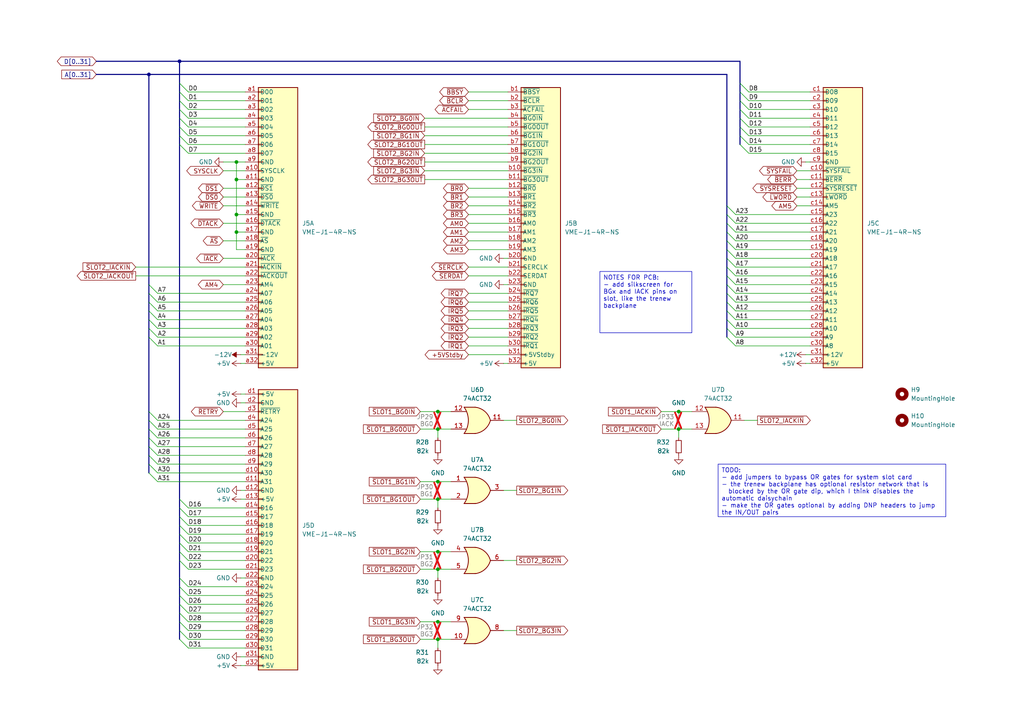
<source format=kicad_sch>
(kicad_sch (version 20231120) (generator "eeschema") (generator_version "8.0")
  (paper "A4")
  (title_block (title "6-Slot Backplane") (rev "1"))
  (lib_symbols
    (symbol "74xx:74LS32" (pin_names (offset 1.016))
      (property "Reference" "U" (at 0 1.27 0))
      (property "Value" "74LS32" (at 0 -1.27 0))
      (symbol "74LS32_1_1"
        (pin input line (at -7.62 2.54 0) (length 4.318) (name "~") (number "1"))
        (pin input line (at -7.62 -2.54 0) (length 4.318) (name "~") (number "2"))
        (pin output line (at 7.62 0 180) (length 3.81) (name "~") (number "3"))
      )
      (symbol "74LS32_1_2"
        (pin input inverted (at -7.62 2.54 0) (length 3.81) (name "~") (number "1"))
        (pin input inverted (at -7.62 -2.54 0) (length 3.81) (name "~") (number "2"))
        (pin output inverted (at 7.62 0 180) (length 3.81) (name "~") (number "3"))
      )
      (symbol "74LS32_2_1"
        (pin input line (at -7.62 2.54 0) (length 4.318) (name "~") (number "4"))
        (pin input line (at -7.62 -2.54 0) (length 4.318) (name "~") (number "5"))
        (pin output line (at 7.62 0 180) (length 3.81) (name "~") (number "6"))
      )
      (symbol "74LS32_2_2"
        (pin input inverted (at -7.62 2.54 0) (length 3.81) (name "~") (number "4"))
        (pin input inverted (at -7.62 -2.54 0) (length 3.81) (name "~") (number "5"))
        (pin output inverted (at 7.62 0 180) (length 3.81) (name "~") (number "6"))
      )
      (symbol "74LS32_3_1"
        (pin input line (at -7.62 -2.54 0) (length 4.318) (name "~") (number "10"))
        (pin output line (at 7.62 0 180) (length 3.81) (name "~") (number "8"))
        (pin input line (at -7.62 2.54 0) (length 4.318) (name "~") (number "9"))
      )
      (symbol "74LS32_3_2"
        (pin input inverted (at -7.62 -2.54 0) (length 3.81) (name "~") (number "10"))
        (pin output inverted (at 7.62 0 180) (length 3.81) (name "~") (number "8"))
        (pin input inverted (at -7.62 2.54 0) (length 3.81) (name "~") (number "9"))
      )
      (symbol "74LS32_4_1"
        (pin output line (at 7.62 0 180) (length 3.81) (name "~") (number "11"))
        (pin input line (at -7.62 2.54 0) (length 4.318) (name "~") (number "12"))
        (pin input line (at -7.62 -2.54 0) (length 4.318) (name "~") (number "13"))
      )
      (symbol "74LS32_4_2"
        (pin output inverted (at 7.62 0 180) (length 3.81) (name "~") (number "11"))
        (pin input inverted (at -7.62 2.54 0) (length 3.81) (name "~") (number "12"))
        (pin input inverted (at -7.62 -2.54 0) (length 3.81) (name "~") (number "13"))
      )
      (symbol "74LS32_5_0"
        (pin power_in line (at 0 12.7 270) (length 5.08) (name "VCC") (number "14"))
        (pin power_in line (at 0 -12.7 90) (length 5.08) (name "GND") (number "7"))
      )
    )
    (symbol "Computie_Connectors:VME64-J1-4R-NS"
      (property "Reference" "U" (at 0 40.64 0))
      (property "Value" "VME-J1-4R-NS" (at 0 40.64 0))
      (symbol "VME64-J1-4R-NS_1_1"
        (pin bidirectional line (at -5.08 38.1 0) (length 3.81) (name "D00") (number "a1"))
        (pin input line (at -5.08 15.24 0) (length 3.81) (name "SYSCLK") (number "a10"))
        (pin power_in line (at -5.08 12.7 0) (length 3.81) (name "GND") (number "a11"))
        (pin bidirectional line (at -5.08 10.16 0) (length 3.81) (name "~{DS1}") (number "a12"))
        (pin bidirectional line (at -5.08 7.62 0) (length 3.81) (name "~{DS0}") (number "a13"))
        (pin bidirectional line (at -5.08 5.08 0) (length 3.81) (name "~{WRITE}") (number "a14"))
        (pin power_in line (at -5.08 2.54 0) (length 3.81) (name "GND") (number "a15"))
        (pin bidirectional line (at -5.08 0 0) (length 3.81) (name "~{DTACK}") (number "a16"))
        (pin power_in line (at -5.08 -2.54 0) (length 3.81) (name "GND") (number "a17"))
        (pin bidirectional line (at -5.08 -5.08 0) (length 3.81) (name "~{AS}") (number "a18"))
        (pin power_in line (at -5.08 -7.62 0) (length 3.81) (name "GND") (number "a19"))
        (pin bidirectional line (at -5.08 35.56 0) (length 3.81) (name "D01") (number "a2"))
        (pin bidirectional line (at -5.08 -10.16 0) (length 3.81) (name "~{IACK}") (number "a20"))
        (pin output line (at -5.08 -12.7 0) (length 3.81) (name "~{IACKIN}") (number "a21"))
        (pin input line (at -5.08 -15.24 0) (length 3.81) (name "~{IACKOUT}") (number "a22"))
        (pin bidirectional line (at -5.08 -17.78 0) (length 3.81) (name "AM4") (number "a23"))
        (pin bidirectional line (at -5.08 -20.32 0) (length 3.81) (name "A07") (number "a24"))
        (pin bidirectional line (at -5.08 -22.86 0) (length 3.81) (name "A06") (number "a25"))
        (pin bidirectional line (at -5.08 -25.4 0) (length 3.81) (name "A05") (number "a26"))
        (pin bidirectional line (at -5.08 -27.94 0) (length 3.81) (name "A04") (number "a27"))
        (pin bidirectional line (at -5.08 -30.48 0) (length 3.81) (name "A03") (number "a28"))
        (pin bidirectional line (at -5.08 -33.02 0) (length 3.81) (name "A02") (number "a29"))
        (pin bidirectional line (at -5.08 33.02 0) (length 3.81) (name "D02") (number "a3"))
        (pin bidirectional line (at -5.08 -35.56 0) (length 3.81) (name "A01") (number "a30"))
        (pin power_in line (at -5.08 -38.1 0) (length 3.81) (name "-12V") (number "a31"))
        (pin power_in line (at -5.08 -40.64 0) (length 3.81) (name "+5V") (number "a32"))
        (pin bidirectional line (at -5.08 30.48 0) (length 3.81) (name "D03") (number "a4"))
        (pin bidirectional line (at -5.08 27.94 0) (length 3.81) (name "D04") (number "a5"))
        (pin bidirectional line (at -5.08 25.4 0) (length 3.81) (name "D05") (number "a6"))
        (pin bidirectional line (at -5.08 22.86 0) (length 3.81) (name "D06") (number "a7"))
        (pin bidirectional line (at -5.08 20.32 0) (length 3.81) (name "D07") (number "a8"))
        (pin power_in line (at -5.08 17.78 0) (length 3.81) (name "GND") (number "a9"))
      )
      (symbol "VME64-J1-4R-NS_2_1"
        (pin bidirectional line (at -5.08 38.1 0) (length 3.81) (name "~{BBSY}") (number "b1"))
        (pin output line (at -5.08 15.24 0) (length 3.81) (name "~{BG3IN}") (number "b10"))
        (pin input line (at -5.08 12.7 0) (length 3.81) (name "~{BG3OUT}") (number "b11"))
        (pin bidirectional line (at -5.08 10.16 0) (length 3.81) (name "~{BR0}") (number "b12"))
        (pin bidirectional line (at -5.08 7.62 0) (length 3.81) (name "~{BR1}") (number "b13"))
        (pin bidirectional line (at -5.08 5.08 0) (length 3.81) (name "~{BR2}") (number "b14"))
        (pin bidirectional line (at -5.08 2.54 0) (length 3.81) (name "~{BR3}") (number "b15"))
        (pin bidirectional line (at -5.08 0 0) (length 3.81) (name "AM0") (number "b16"))
        (pin bidirectional line (at -5.08 -2.54 0) (length 3.81) (name "AM1") (number "b17"))
        (pin bidirectional line (at -5.08 -5.08 0) (length 3.81) (name "AM2") (number "b18"))
        (pin bidirectional line (at -5.08 -7.62 0) (length 3.81) (name "AM3") (number "b19"))
        (pin bidirectional line (at -5.08 35.56 0) (length 3.81) (name "~{BCLR}") (number "b2"))
        (pin power_in line (at -5.08 -10.16 0) (length 3.81) (name "GND") (number "b20"))
        (pin bidirectional line (at -5.08 -12.7 0) (length 3.81) (name "SERCLK") (number "b21"))
        (pin bidirectional line (at -5.08 -15.24 0) (length 3.81) (name "SERDAT") (number "b22"))
        (pin power_in line (at -5.08 -17.78 0) (length 3.81) (name "GND") (number "b23"))
        (pin bidirectional line (at -5.08 -20.32 0) (length 3.81) (name "~{IRQ7}") (number "b24"))
        (pin bidirectional line (at -5.08 -22.86 0) (length 3.81) (name "~{IRQ6}") (number "b25"))
        (pin bidirectional line (at -5.08 -25.4 0) (length 3.81) (name "~{IRQ5}") (number "b26"))
        (pin bidirectional line (at -5.08 -27.94 0) (length 3.81) (name "~{IRQ4}") (number "b27"))
        (pin bidirectional line (at -5.08 -30.48 0) (length 3.81) (name "~{IRQ3}") (number "b28"))
        (pin bidirectional line (at -5.08 -33.02 0) (length 3.81) (name "~{IRQ2}") (number "b29"))
        (pin input line (at -5.08 33.02 0) (length 3.81) (name "~{ACFAIL}") (number "b3"))
        (pin bidirectional line (at -5.08 -35.56 0) (length 3.81) (name "~{IRQ1}") (number "b30"))
        (pin power_in line (at -5.08 -38.1 0) (length 3.81) (name "+5VStdby") (number "b31"))
        (pin power_in line (at -5.08 -40.64 0) (length 3.81) (name "+5V") (number "b32"))
        (pin output line (at -5.08 30.48 0) (length 3.81) (name "~{BG0IN}") (number "b4"))
        (pin input line (at -5.08 27.94 0) (length 3.81) (name "~{BG0OUT}") (number "b5"))
        (pin output line (at -5.08 25.4 0) (length 3.81) (name "~{BG1IN}") (number "b6"))
        (pin input line (at -5.08 22.86 0) (length 3.81) (name "~{BG1OUT}") (number "b7"))
        (pin output line (at -5.08 20.32 0) (length 3.81) (name "~{BG2IN}") (number "b8"))
        (pin input line (at -5.08 17.78 0) (length 3.81) (name "~{BG2OUT}") (number "b9"))
      )
      (symbol "VME64-J1-4R-NS_3_1"
        (pin bidirectional line (at -5.08 38.1 0) (length 3.81) (name "D08") (number "c1"))
        (pin bidirectional line (at -5.08 15.24 0) (length 3.81) (name "~{SYSFAIL}") (number "c10"))
        (pin bidirectional line (at -5.08 12.7 0) (length 3.81) (name "~{BERR}") (number "c11"))
        (pin bidirectional line (at -5.08 10.16 0) (length 3.81) (name "~{SYSRESET}") (number "c12"))
        (pin bidirectional line (at -5.08 7.62 0) (length 3.81) (name "~{LWORD}") (number "c13"))
        (pin bidirectional line (at -5.08 5.08 0) (length 3.81) (name "AM5") (number "c14"))
        (pin bidirectional line (at -5.08 2.54 0) (length 3.81) (name "A23") (number "c15"))
        (pin bidirectional line (at -5.08 0 0) (length 3.81) (name "A22") (number "c16"))
        (pin bidirectional line (at -5.08 -2.54 0) (length 3.81) (name "A21") (number "c17"))
        (pin bidirectional line (at -5.08 -5.08 0) (length 3.81) (name "A20") (number "c18"))
        (pin bidirectional line (at -5.08 -7.62 0) (length 3.81) (name "A19") (number "c19"))
        (pin bidirectional line (at -5.08 35.56 0) (length 3.81) (name "D09") (number "c2"))
        (pin bidirectional line (at -5.08 -10.16 0) (length 3.81) (name "A18") (number "c20"))
        (pin bidirectional line (at -5.08 -12.7 0) (length 3.81) (name "A17") (number "c21"))
        (pin bidirectional line (at -5.08 -15.24 0) (length 3.81) (name "A16") (number "c22"))
        (pin bidirectional line (at -5.08 -17.78 0) (length 3.81) (name "A15") (number "c23"))
        (pin bidirectional line (at -5.08 -20.32 0) (length 3.81) (name "A14") (number "c24"))
        (pin bidirectional line (at -5.08 -22.86 0) (length 3.81) (name "A13") (number "c25"))
        (pin bidirectional line (at -5.08 -25.4 0) (length 3.81) (name "A12") (number "c26"))
        (pin bidirectional line (at -5.08 -27.94 0) (length 3.81) (name "A11") (number "c27"))
        (pin bidirectional line (at -5.08 -30.48 0) (length 3.81) (name "A10") (number "c28"))
        (pin bidirectional line (at -5.08 -33.02 0) (length 3.81) (name "A9") (number "c29"))
        (pin bidirectional line (at -5.08 33.02 0) (length 3.81) (name "D10") (number "c3"))
        (pin bidirectional line (at -5.08 -35.56 0) (length 3.81) (name "A8") (number "c30"))
        (pin power_in line (at -5.08 -38.1 0) (length 3.81) (name "+12V") (number "c31"))
        (pin power_in line (at -5.08 -40.64 0) (length 3.81) (name "+5V") (number "c32"))
        (pin bidirectional line (at -5.08 30.48 0) (length 3.81) (name "D11") (number "c4"))
        (pin bidirectional line (at -5.08 27.94 0) (length 3.81) (name "D12") (number "c5"))
        (pin bidirectional line (at -5.08 25.4 0) (length 3.81) (name "D13") (number "c6"))
        (pin bidirectional line (at -5.08 22.86 0) (length 3.81) (name "D14") (number "c7"))
        (pin bidirectional line (at -5.08 20.32 0) (length 3.81) (name "D15") (number "c8"))
        (pin power_in line (at -5.08 17.78 0) (length 3.81) (name "GND") (number "c9"))
      )
      (symbol "VME64-J1-4R-NS_4_1"
        (pin power_in line (at -5.08 38.1 0) (length 3.81) (name "+5V") (number "d1"))
        (pin bidirectional line (at -5.08 15.24 0) (length 3.81) (name "A30") (number "d10"))
        (pin bidirectional line (at -5.08 12.7 0) (length 3.81) (name "A31") (number "d11"))
        (pin power_in line (at -5.08 10.16 0) (length 3.81) (name "GND") (number "d12"))
        (pin power_in line (at -5.08 7.62 0) (length 3.81) (name "+5V") (number "d13"))
        (pin bidirectional line (at -5.08 5.08 0) (length 3.81) (name "D16") (number "d14"))
        (pin bidirectional line (at -5.08 2.54 0) (length 3.81) (name "D17") (number "d15"))
        (pin bidirectional line (at -5.08 0 0) (length 3.81) (name "D18") (number "d16"))
        (pin bidirectional line (at -5.08 -2.54 0) (length 3.81) (name "D19") (number "d17"))
        (pin bidirectional line (at -5.08 -5.08 0) (length 3.81) (name "D20") (number "d18"))
        (pin bidirectional line (at -5.08 -7.62 0) (length 3.81) (name "D21") (number "d19"))
        (pin power_in line (at -5.08 35.56 0) (length 3.81) (name "GND") (number "d2"))
        (pin bidirectional line (at -5.08 -10.16 0) (length 3.81) (name "D22") (number "d20"))
        (pin bidirectional line (at -5.08 -12.7 0) (length 3.81) (name "D23") (number "d21"))
        (pin power_in line (at -5.08 -15.24 0) (length 3.81) (name "GND") (number "d22"))
        (pin bidirectional line (at -5.08 -17.78 0) (length 3.81) (name "D24") (number "d23"))
        (pin bidirectional line (at -5.08 -20.32 0) (length 3.81) (name "D25") (number "d24"))
        (pin bidirectional line (at -5.08 -22.86 0) (length 3.81) (name "D26") (number "d25"))
        (pin bidirectional line (at -5.08 -25.4 0) (length 3.81) (name "D27") (number "d26"))
        (pin bidirectional line (at -5.08 -27.94 0) (length 3.81) (name "D28") (number "d27"))
        (pin bidirectional line (at -5.08 -30.48 0) (length 3.81) (name "D29") (number "d28"))
        (pin bidirectional line (at -5.08 -33.02 0) (length 3.81) (name "D30") (number "d29"))
        (pin bidirectional line (at -5.08 33.02 0) (length 3.81) (name "~{RETRY}") (number "d3"))
        (pin bidirectional line (at -5.08 -35.56 0) (length 3.81) (name "D31") (number "d30"))
        (pin power_in line (at -5.08 -38.1 0) (length 3.81) (name "GND") (number "d31"))
        (pin power_in line (at -5.08 -40.64 0) (length 3.81) (name "+5V") (number "d32"))
        (pin bidirectional line (at -5.08 30.48 0) (length 3.81) (name "A24") (number "d4"))
        (pin bidirectional line (at -5.08 27.94 0) (length 3.81) (name "A25") (number "d5"))
        (pin bidirectional line (at -5.08 25.4 0) (length 3.81) (name "A26") (number "d6"))
        (pin bidirectional line (at -5.08 22.86 0) (length 3.81) (name "A27") (number "d7"))
        (pin bidirectional line (at -5.08 20.32 0) (length 3.81) (name "A28") (number "d8"))
        (pin bidirectional line (at -5.08 17.78 0) (length 3.81) (name "A29") (number "d9"))
      )
    )
    (symbol "Device:R_Small" (pin_numbers hide) (pin_names (offset 0.254) hide)
      (property "Reference" "R" (at 0.762 0.508 0))
      (property "Value" "R_Small" (at 0.762 -1.016 0))
      (symbol "R_Small_1_1"
        (pin passive line (at 0 2.54 270) (length 0.762) (name "~") (number "1"))
        (pin passive line (at 0 -2.54 90) (length 0.762) (name "~") (number "2"))
      )
    )
    (symbol "Jumper:Jumper_2_Small_Bridged" (pin_numbers hide) (pin_names (offset 0) hide) (exclude_from_sim yes)
      (property "Reference" "JP" (at 0 2.032 0))
      (property "Value" "Jumper_2_Small_Bridged" (at 0 -2.286 0))
      (symbol "Jumper_2_Small_Bridged_1_1"
        (pin passive line (at -2.54 0 0) (length 1.27) (name "A") (number "1"))
        (pin passive line (at 2.54 0 180) (length 1.27) (name "B") (number "2"))
      )
    )
    (symbol "Mechanical:MountingHole" (pin_names (offset 1.016))
      (property "Reference" "H" (at 0 5.08 0))
      (property "Value" "MountingHole" (at 0 3.175 0))
    )
    (symbol "power:+12V" (power) (pin_numbers hide) (pin_names (offset 0) hide)
      (property "Value" "+12V" (at 0 3.556 0))
      (symbol "+12V_1_1"
        (pin power_in line (at 0 0 90) (length 0) (name "~") (number "1"))
      )
    )
    (symbol "power:+5V" (power) (pin_numbers hide) (pin_names (offset 0) hide)
      (property "Value" "+5V" (at 0 3.556 0))
      (symbol "+5V_1_1"
        (pin power_in line (at 0 0 90) (length 0) (name "~") (number "1"))
      )
    )
    (symbol "power:-12V" (power) (pin_numbers hide) (pin_names (offset 0) hide)
      (property "Value" "-12V" (at 0 3.556 0))
      (symbol "-12V_0_0"
        (pin power_in line (at 0 0 90) (length 0) (name "~") (number "1"))
      )
    )
    (symbol "power:GND" (power) (pin_names (offset 0))
      (property "Value" "GND" (at 0 -3.81 0))
      (symbol "GND_1_1"
        (pin power_in line (at 0 0 270) (length 0) hide (name "GND") (number "1"))
      )
    )
  )
  (junction (at 127 124.46))
  (junction (at 68.58 62.23))
  (junction (at 196.85 119.38))
  (junction (at 127 139.7))
  (junction (at 127 119.38))
  (junction (at 43.18 21.59))
  (junction (at 68.58 46.99))
  (junction (at 127 180.34))
  (junction (at 127 144.78))
  (junction (at 68.58 52.07))
  (junction (at 127 185.42))
  (junction (at 68.58 67.31))
  (junction (at 196.85 124.46))
  (junction (at 127 165.1))
  (junction (at 127 160.02))
  (junction (at 52.07 17.78))
  (bus_entry (at 54.61 185.42) (size -2.54 -2.54))
  (bus_entry (at 54.61 36.83) (size -2.54 -2.54))
  (bus_entry (at 54.61 187.96) (size -2.54 -2.54))
  (bus_entry (at 213.36 95.25) (size -2.54 -2.54))
  (bus_entry (at 54.61 157.48) (size -2.54 -2.54))
  (bus_entry (at 54.61 149.86) (size -2.54 -2.54))
  (bus_entry (at 45.72 139.7) (size -2.54 -2.54))
  (bus_entry (at 45.72 132.08) (size -2.54 -2.54))
  (bus_entry (at 213.36 90.17) (size -2.54 -2.54))
  (bus_entry (at 213.36 72.39) (size -2.54 -2.54))
  (bus_entry (at 213.36 92.71) (size -2.54 -2.54))
  (bus_entry (at 45.72 137.16) (size -2.54 -2.54))
  (bus_entry (at 45.72 100.33) (size -2.54 -2.54))
  (bus_entry (at 217.17 29.21) (size -2.54 -2.54))
  (bus_entry (at 54.61 180.34) (size -2.54 -2.54))
  (bus_entry (at 54.61 147.32) (size -2.54 -2.54))
  (bus_entry (at 45.72 85.09) (size -2.54 -2.54))
  (bus_entry (at 213.36 69.85) (size -2.54 -2.54))
  (bus_entry (at 213.36 80.01) (size -2.54 -2.54))
  (bus_entry (at 213.36 74.93) (size -2.54 -2.54))
  (bus_entry (at 54.61 172.72) (size -2.54 -2.54))
  (bus_entry (at 54.61 26.67) (size -2.54 -2.54))
  (bus_entry (at 213.36 62.23) (size -2.54 -2.54))
  (bus_entry (at 54.61 41.91) (size -2.54 -2.54))
  (bus_entry (at 45.72 87.63) (size -2.54 -2.54))
  (bus_entry (at 54.61 39.37) (size -2.54 -2.54))
  (bus_entry (at 217.17 39.37) (size -2.54 -2.54))
  (bus_entry (at 45.72 97.79) (size -2.54 -2.54))
  (bus_entry (at 217.17 44.45) (size -2.54 -2.54))
  (bus_entry (at 45.72 134.62) (size -2.54 -2.54))
  (bus_entry (at 54.61 31.75) (size -2.54 -2.54))
  (bus_entry (at 213.36 82.55) (size -2.54 -2.54))
  (bus_entry (at 45.72 95.25) (size -2.54 -2.54))
  (bus_entry (at 45.72 92.71) (size -2.54 -2.54))
  (bus_entry (at 213.36 100.33) (size -2.54 -2.54))
  (bus_entry (at 217.17 31.75) (size -2.54 -2.54))
  (bus_entry (at 54.61 160.02) (size -2.54 -2.54))
  (bus_entry (at 54.61 165.1) (size -2.54 -2.54))
  (bus_entry (at 54.61 44.45) (size -2.54 -2.54))
  (bus_entry (at 54.61 154.94) (size -2.54 -2.54))
  (bus_entry (at 54.61 182.88) (size -2.54 -2.54))
  (bus_entry (at 54.61 175.26) (size -2.54 -2.54))
  (bus_entry (at 213.36 87.63) (size -2.54 -2.54))
  (bus_entry (at 217.17 36.83) (size -2.54 -2.54))
  (bus_entry (at 213.36 67.31) (size -2.54 -2.54))
  (bus_entry (at 54.61 177.8) (size -2.54 -2.54))
  (bus_entry (at 213.36 77.47) (size -2.54 -2.54))
  (bus_entry (at 54.61 34.29) (size -2.54 -2.54))
  (bus_entry (at 217.17 26.67) (size -2.54 -2.54))
  (bus_entry (at 45.72 127) (size -2.54 -2.54))
  (bus_entry (at 217.17 34.29) (size -2.54 -2.54))
  (bus_entry (at 45.72 129.54) (size -2.54 -2.54))
  (bus_entry (at 54.61 152.4) (size -2.54 -2.54))
  (bus_entry (at 217.17 41.91) (size -2.54 -2.54))
  (bus_entry (at 54.61 170.18) (size -2.54 -2.54))
  (bus_entry (at 54.61 29.21) (size -2.54 -2.54))
  (bus_entry (at 213.36 64.77) (size -2.54 -2.54))
  (bus_entry (at 213.36 85.09) (size -2.54 -2.54))
  (bus_entry (at 54.61 162.56) (size -2.54 -2.54))
  (bus_entry (at 45.72 90.17) (size -2.54 -2.54))
  (bus_entry (at 45.72 124.46) (size -2.54 -2.54))
  (bus_entry (at 213.36 97.79) (size -2.54 -2.54))
  (bus_entry (at 45.72 121.92) (size -2.54 -2.54))
  (wire (pts (xy 64.77 54.61) (xy 71.12 54.61)))
  (wire (pts (xy 123.19 34.29) (xy 147.32 34.29)))
  (bus (pts (xy 210.82 82.55) (xy 210.82 85.09)))
  (bus (pts (xy 43.18 92.71) (xy 43.18 90.17)))
  (bus (pts (xy 52.07 34.29) (xy 52.07 36.83)))
  (wire (pts (xy 127 185.42) (xy 127 187.96)))
  (wire (pts (xy 217.17 26.67) (xy 234.95 26.67)))
  (wire (pts (xy 231.14 54.61) (xy 234.95 54.61)))
  (wire (pts (xy 54.61 160.02) (xy 71.12 160.02)))
  (bus (pts (xy 210.82 59.69) (xy 210.82 62.23)))
  (wire (pts (xy 213.36 69.85) (xy 234.95 69.85)))
  (bus (pts (xy 52.07 175.26) (xy 52.07 177.8)))
  (wire (pts (xy 213.36 87.63) (xy 234.95 87.63)))
  (wire (pts (xy 135.89 69.85) (xy 147.32 69.85)))
  (bus (pts (xy 52.07 172.72) (xy 52.07 175.26)))
  (bus (pts (xy 210.82 64.77) (xy 210.82 67.31)))
  (wire (pts (xy 71.12 67.31) (xy 68.58 67.31)))
  (bus (pts (xy 214.63 34.29) (xy 214.63 36.83)))
  (wire (pts (xy 121.92 180.34) (xy 127 180.34)))
  (wire (pts (xy 45.72 139.7) (xy 71.12 139.7)))
  (bus (pts (xy 52.07 31.75) (xy 52.07 34.29)))
  (wire (pts (xy 54.61 187.96) (xy 71.12 187.96)))
  (wire (pts (xy 64.77 119.38) (xy 71.12 119.38)))
  (wire (pts (xy 213.36 77.47) (xy 234.95 77.47)))
  (bus (pts (xy 52.07 149.86) (xy 52.07 152.4)))
  (wire (pts (xy 69.85 102.87) (xy 71.12 102.87)))
  (wire (pts (xy 54.61 39.37) (xy 71.12 39.37)))
  (wire (pts (xy 123.19 46.99) (xy 147.32 46.99)))
  (wire (pts (xy 127 139.7) (xy 130.81 139.7)))
  (wire (pts (xy 64.77 69.85) (xy 71.12 69.85)))
  (wire (pts (xy 146.05 162.56) (xy 149.86 162.56)))
  (wire (pts (xy 135.89 90.17) (xy 147.32 90.17)))
  (wire (pts (xy 54.61 182.88) (xy 71.12 182.88)))
  (wire (pts (xy 64.77 57.15) (xy 71.12 57.15)))
  (wire (pts (xy 45.72 124.46) (xy 71.12 124.46)))
  (bus (pts (xy 210.82 95.25) (xy 210.82 97.79)))
  (wire (pts (xy 69.85 193.04) (xy 71.12 193.04)))
  (wire (pts (xy 45.72 137.16) (xy 71.12 137.16)))
  (wire (pts (xy 146.05 82.55) (xy 147.32 82.55)))
  (wire (pts (xy 45.72 129.54) (xy 71.12 129.54)))
  (wire (pts (xy 135.89 31.75) (xy 147.32 31.75)))
  (bus (pts (xy 214.63 39.37) (xy 214.63 41.91)))
  (wire (pts (xy 135.89 26.67) (xy 147.32 26.67)))
  (wire (pts (xy 217.17 34.29) (xy 234.95 34.29)))
  (bus (pts (xy 214.63 29.21) (xy 214.63 31.75)))
  (wire (pts (xy 213.36 100.33) (xy 234.95 100.33)))
  (wire (pts (xy 231.14 52.07) (xy 234.95 52.07)))
  (bus (pts (xy 43.18 85.09) (xy 43.18 87.63)))
  (bus (pts (xy 214.63 17.78) (xy 214.63 24.13)))
  (wire (pts (xy 45.72 97.79) (xy 71.12 97.79)))
  (bus (pts (xy 52.07 170.18) (xy 52.07 172.72)))
  (bus (pts (xy 52.07 36.83) (xy 52.07 39.37)))
  (wire (pts (xy 64.77 82.55) (xy 71.12 82.55)))
  (wire (pts (xy 127 144.78) (xy 127 147.32)))
  (wire (pts (xy 71.12 190.5) (xy 69.85 190.5)))
  (wire (pts (xy 127 180.34) (xy 130.81 180.34)))
  (bus (pts (xy 43.18 95.25) (xy 43.18 92.71)))
  (wire (pts (xy 231.14 49.53) (xy 234.95 49.53)))
  (bus (pts (xy 52.07 147.32) (xy 52.07 149.86)))
  (wire (pts (xy 39.37 77.47) (xy 71.12 77.47)))
  (bus (pts (xy 52.07 39.37) (xy 52.07 41.91)))
  (wire (pts (xy 215.9 121.92) (xy 219.71 121.92)))
  (bus (pts (xy 210.82 21.59) (xy 210.82 59.69)))
  (wire (pts (xy 45.72 95.25) (xy 71.12 95.25)))
  (wire (pts (xy 71.12 116.84) (xy 69.85 116.84)))
  (wire (pts (xy 69.85 114.3) (xy 71.12 114.3)))
  (bus (pts (xy 210.82 62.23) (xy 210.82 64.77)))
  (wire (pts (xy 217.17 39.37) (xy 234.95 39.37)))
  (bus (pts (xy 214.63 24.13) (xy 214.63 26.67)))
  (bus (pts (xy 214.63 31.75) (xy 214.63 34.29)))
  (wire (pts (xy 68.58 46.99) (xy 68.58 52.07)))
  (wire (pts (xy 69.85 142.24) (xy 71.12 142.24)))
  (bus (pts (xy 52.07 180.34) (xy 52.07 182.88)))
  (bus (pts (xy 52.07 177.8) (xy 52.07 180.34)))
  (wire (pts (xy 233.68 105.41) (xy 234.95 105.41)))
  (bus (pts (xy 52.07 182.88) (xy 52.07 185.42)))
  (wire (pts (xy 146.05 182.88) (xy 149.86 182.88)))
  (wire (pts (xy 135.89 97.79) (xy 147.32 97.79)))
  (wire (pts (xy 68.58 52.07) (xy 68.58 62.23)))
  (wire (pts (xy 135.89 57.15) (xy 147.32 57.15)))
  (wire (pts (xy 135.89 54.61) (xy 147.32 54.61)))
  (wire (pts (xy 69.85 167.64) (xy 71.12 167.64)))
  (wire (pts (xy 213.36 74.93) (xy 234.95 74.93)))
  (wire (pts (xy 54.61 147.32) (xy 71.12 147.32)))
  (wire (pts (xy 121.92 160.02) (xy 127 160.02)))
  (wire (pts (xy 54.61 31.75) (xy 71.12 31.75)))
  (bus (pts (xy 43.18 134.62) (xy 43.18 137.16)))
  (wire (pts (xy 54.61 44.45) (xy 71.12 44.45)))
  (wire (pts (xy 71.12 52.07) (xy 68.58 52.07)))
  (wire (pts (xy 54.61 172.72) (xy 71.12 172.72)))
  (wire (pts (xy 135.89 102.87) (xy 147.32 102.87)))
  (wire (pts (xy 135.89 95.25) (xy 147.32 95.25)))
  (wire (pts (xy 121.92 165.1) (xy 127 165.1)))
  (wire (pts (xy 217.17 29.21) (xy 234.95 29.21)))
  (bus (pts (xy 52.07 144.78) (xy 52.07 147.32)))
  (wire (pts (xy 217.17 31.75) (xy 234.95 31.75)))
  (bus (pts (xy 52.07 162.56) (xy 52.07 167.64)))
  (bus (pts (xy 27.94 21.59) (xy 43.18 21.59)))
  (wire (pts (xy 45.72 132.08) (xy 71.12 132.08)))
  (bus (pts (xy 210.82 67.31) (xy 210.82 69.85)))
  (wire (pts (xy 45.72 87.63) (xy 71.12 87.63)))
  (wire (pts (xy 213.36 72.39) (xy 234.95 72.39)))
  (wire (pts (xy 127 124.46) (xy 130.81 124.46)))
  (wire (pts (xy 64.77 59.69) (xy 71.12 59.69)))
  (bus (pts (xy 210.82 92.71) (xy 210.82 95.25)))
  (wire (pts (xy 123.19 39.37) (xy 147.32 39.37)))
  (wire (pts (xy 127 160.02) (xy 130.81 160.02)))
  (wire (pts (xy 123.19 41.91) (xy 147.32 41.91)))
  (wire (pts (xy 146.05 105.41) (xy 147.32 105.41)))
  (wire (pts (xy 45.72 121.92) (xy 71.12 121.92)))
  (wire (pts (xy 45.72 100.33) (xy 71.12 100.33)))
  (wire (pts (xy 213.36 85.09) (xy 234.95 85.09)))
  (bus (pts (xy 43.18 82.55) (xy 43.18 85.09)))
  (wire (pts (xy 45.72 85.09) (xy 71.12 85.09)))
  (wire (pts (xy 191.77 124.46) (xy 196.85 124.46)))
  (wire (pts (xy 213.36 62.23) (xy 234.95 62.23)))
  (bus (pts (xy 43.18 127) (xy 43.18 129.54)))
  (bus (pts (xy 214.63 36.83) (xy 214.63 39.37)))
  (wire (pts (xy 54.61 154.94) (xy 71.12 154.94)))
  (wire (pts (xy 231.14 59.69) (xy 234.95 59.69)))
  (wire (pts (xy 54.61 152.4) (xy 71.12 152.4)))
  (bus (pts (xy 43.18 97.79) (xy 43.18 119.38)))
  (wire (pts (xy 121.92 139.7) (xy 127 139.7)))
  (wire (pts (xy 135.89 72.39) (xy 147.32 72.39)))
  (bus (pts (xy 210.82 90.17) (xy 210.82 92.71)))
  (bus (pts (xy 52.07 17.78) (xy 214.63 17.78)))
  (bus (pts (xy 43.18 90.17) (xy 43.18 87.63)))
  (wire (pts (xy 196.85 124.46) (xy 200.66 124.46)))
  (bus (pts (xy 52.07 160.02) (xy 52.07 162.56)))
  (wire (pts (xy 127 165.1) (xy 127 167.64)))
  (bus (pts (xy 43.18 97.79) (xy 43.18 95.25)))
  (wire (pts (xy 54.61 34.29) (xy 71.12 34.29)))
  (bus (pts (xy 43.18 21.59) (xy 210.82 21.59)))
  (wire (pts (xy 64.77 46.99) (xy 68.58 46.99)))
  (wire (pts (xy 45.72 127) (xy 71.12 127)))
  (wire (pts (xy 64.77 49.53) (xy 71.12 49.53)))
  (wire (pts (xy 54.61 162.56) (xy 71.12 162.56)))
  (wire (pts (xy 213.36 64.77) (xy 234.95 64.77)))
  (bus (pts (xy 43.18 121.92) (xy 43.18 124.46)))
  (bus (pts (xy 52.07 29.21) (xy 52.07 31.75)))
  (wire (pts (xy 123.19 44.45) (xy 147.32 44.45)))
  (bus (pts (xy 210.82 72.39) (xy 210.82 74.93)))
  (wire (pts (xy 54.61 177.8) (xy 71.12 177.8)))
  (bus (pts (xy 27.94 17.78) (xy 52.07 17.78)))
  (wire (pts (xy 135.89 29.21) (xy 147.32 29.21)))
  (wire (pts (xy 213.36 92.71) (xy 234.95 92.71)))
  (wire (pts (xy 123.19 49.53) (xy 147.32 49.53)))
  (bus (pts (xy 210.82 69.85) (xy 210.82 72.39)))
  (wire (pts (xy 54.61 165.1) (xy 71.12 165.1)))
  (wire (pts (xy 213.36 97.79) (xy 234.95 97.79)))
  (wire (pts (xy 127 124.46) (xy 127 127)))
  (bus (pts (xy 210.82 74.93) (xy 210.82 77.47)))
  (wire (pts (xy 217.17 44.45) (xy 234.95 44.45)))
  (wire (pts (xy 54.61 175.26) (xy 71.12 175.26)))
  (wire (pts (xy 68.58 62.23) (xy 71.12 62.23)))
  (bus (pts (xy 210.82 80.01) (xy 210.82 82.55)))
  (wire (pts (xy 146.05 121.92) (xy 149.86 121.92)))
  (wire (pts (xy 213.36 67.31) (xy 234.95 67.31)))
  (wire (pts (xy 54.61 170.18) (xy 71.12 170.18)))
  (wire (pts (xy 135.89 67.31) (xy 147.32 67.31)))
  (bus (pts (xy 214.63 26.67) (xy 214.63 29.21)))
  (wire (pts (xy 54.61 180.34) (xy 71.12 180.34)))
  (wire (pts (xy 54.61 36.83) (xy 71.12 36.83)))
  (wire (pts (xy 64.77 64.77) (xy 71.12 64.77)))
  (wire (pts (xy 123.19 36.83) (xy 147.32 36.83)))
  (wire (pts (xy 123.19 52.07) (xy 147.32 52.07)))
  (wire (pts (xy 54.61 149.86) (xy 71.12 149.86)))
  (bus (pts (xy 43.18 21.59) (xy 43.18 82.55)))
  (wire (pts (xy 196.85 119.38) (xy 200.66 119.38)))
  (wire (pts (xy 135.89 100.33) (xy 147.32 100.33)))
  (wire (pts (xy 121.92 124.46) (xy 127 124.46)))
  (wire (pts (xy 121.92 144.78) (xy 127 144.78)))
  (wire (pts (xy 54.61 185.42) (xy 71.12 185.42)))
  (wire (pts (xy 217.17 36.83) (xy 234.95 36.83)))
  (wire (pts (xy 127 165.1) (xy 130.81 165.1)))
  (wire (pts (xy 135.89 87.63) (xy 147.32 87.63)))
  (bus (pts (xy 210.82 85.09) (xy 210.82 87.63)))
  (wire (pts (xy 127 185.42) (xy 130.81 185.42)))
  (bus (pts (xy 52.07 26.67) (xy 52.07 29.21)))
  (wire (pts (xy 127 144.78) (xy 130.81 144.78)))
  (wire (pts (xy 234.95 46.99) (xy 233.68 46.99)))
  (wire (pts (xy 233.68 102.87) (xy 234.95 102.87)))
  (wire (pts (xy 39.37 80.01) (xy 71.12 80.01)))
  (wire (pts (xy 54.61 41.91) (xy 71.12 41.91)))
  (wire (pts (xy 196.85 124.46) (xy 196.85 127)))
  (wire (pts (xy 54.61 29.21) (xy 71.12 29.21)))
  (wire (pts (xy 45.72 90.17) (xy 71.12 90.17)))
  (wire (pts (xy 121.92 119.38) (xy 127 119.38)))
  (bus (pts (xy 52.07 24.13) (xy 52.07 26.67)))
  (wire (pts (xy 135.89 77.47) (xy 147.32 77.47)))
  (bus (pts (xy 52.07 154.94) (xy 52.07 157.48)))
  (wire (pts (xy 121.92 185.42) (xy 127 185.42)))
  (wire (pts (xy 45.72 92.71) (xy 71.12 92.71)))
  (wire (pts (xy 213.36 95.25) (xy 234.95 95.25)))
  (wire (pts (xy 135.89 85.09) (xy 147.32 85.09)))
  (wire (pts (xy 191.77 119.38) (xy 196.85 119.38)))
  (wire (pts (xy 54.61 157.48) (xy 71.12 157.48)))
  (bus (pts (xy 210.82 77.47) (xy 210.82 80.01)))
  (wire (pts (xy 135.89 64.77) (xy 147.32 64.77)))
  (wire (pts (xy 69.85 105.41) (xy 71.12 105.41)))
  (wire (pts (xy 71.12 46.99) (xy 68.58 46.99)))
  (wire (pts (xy 54.61 26.67) (xy 71.12 26.67)))
  (wire (pts (xy 68.58 72.39) (xy 71.12 72.39)))
  (bus (pts (xy 52.07 157.48) (xy 52.07 160.02)))
  (wire (pts (xy 135.89 80.01) (xy 147.32 80.01)))
  (wire (pts (xy 45.72 134.62) (xy 71.12 134.62)))
  (wire (pts (xy 213.36 82.55) (xy 234.95 82.55)))
  (bus (pts (xy 43.18 124.46) (xy 43.18 127)))
  (wire (pts (xy 146.05 142.24) (xy 149.86 142.24)))
  (bus (pts (xy 43.18 119.38) (xy 43.18 121.92)))
  (wire (pts (xy 68.58 67.31) (xy 68.58 72.39)))
  (wire (pts (xy 135.89 59.69) (xy 147.32 59.69)))
  (wire (pts (xy 68.58 62.23) (xy 68.58 67.31)))
  (wire (pts (xy 135.89 62.23) (xy 147.32 62.23)))
  (wire (pts (xy 213.36 90.17) (xy 234.95 90.17)))
  (bus (pts (xy 52.07 167.64) (xy 52.07 170.18)))
  (bus (pts (xy 43.18 132.08) (xy 43.18 134.62)))
  (wire (pts (xy 127 119.38) (xy 130.81 119.38)))
  (wire (pts (xy 135.89 92.71) (xy 147.32 92.71)))
  (bus (pts (xy 43.18 129.54) (xy 43.18 132.08)))
  (bus (pts (xy 210.82 87.63) (xy 210.82 90.17)))
  (bus (pts (xy 52.07 152.4) (xy 52.07 154.94)))
  (wire (pts (xy 64.77 74.93) (xy 71.12 74.93)))
  (wire (pts (xy 217.17 41.91) (xy 234.95 41.91)))
  (wire (pts (xy 69.85 144.78) (xy 71.12 144.78)))
  (bus (pts (xy 52.07 17.78) (xy 52.07 24.13)))
  (wire (pts (xy 213.36 80.01) (xy 234.95 80.01)))
  (wire (pts (xy 146.05 74.93) (xy 147.32 74.93)))
  (wire (pts (xy 231.14 57.15) (xy 234.95 57.15)))
  (bus (pts (xy 52.07 41.91) (xy 52.07 144.78)))
  (text_box "NOTES FOR PCB:\n- add silkscreen for BGx and IACK pins on slot, like the trenew backplane" (at 173.99 78.74 0) (size 26.67 17.78) (effects (font (size 1.27 1.27)) (justify left top)))
  (text_box "TODO:\n- add jumpers to bypass OR gates for system slot card\n- the trenew backplane has optional resistor network that is\n  blocked by the OR gate dip, which I think disables the automatic daisychain\n- make the OR gates optional by adding DNP headers to jump the IN/OUT pairs" (at 208.28 134.62 0) (size 66.04 15.24) (effects (font (size 1.27 1.27)) (justify left top)))
  (label "A26" (at 45.72 127 0))
  (label "A4" (at 45.72 92.71 0))
  (label "A22" (at 213.36 64.77 0))
  (label "A9" (at 213.36 97.79 0))
  (label "D4" (at 54.61 36.83 0))
  (label "D11" (at 217.17 34.29 0))
  (label "A20" (at 213.36 69.85 0))
  (label "A31" (at 45.72 139.7 0))
  (label "A27" (at 45.72 129.54 0))
  (label "D29" (at 54.61 182.88 0))
  (label "D17" (at 54.61 149.86 0))
  (label "D28" (at 54.61 180.34 0))
  (label "D26" (at 54.61 175.26 0))
  (label "A11" (at 213.36 92.71 0))
  (label "A14" (at 213.36 85.09 0))
  (label "A16" (at 213.36 80.01 0))
  (label "D27" (at 54.61 177.8 0))
  (label "A29" (at 45.72 134.62 0))
  (label "D14" (at 217.17 41.91 0))
  (label "A12" (at 213.36 90.17 0))
  (label "A6" (at 45.72 87.63 0))
  (label "D15" (at 217.17 44.45 0))
  (label "D23" (at 54.61 165.1 0))
  (label "A23" (at 213.36 62.23 0))
  (label "D12" (at 217.17 36.83 0))
  (label "A28" (at 45.72 132.08 0))
  (label "A18" (at 213.36 74.93 0))
  (label "D2" (at 54.61 31.75 0))
  (label "D1" (at 54.61 29.21 0))
  (label "D10" (at 217.17 31.75 0))
  (label "D19" (at 54.61 154.94 0))
  (label "D30" (at 54.61 185.42 0))
  (label "D3" (at 54.61 34.29 0))
  (label "D18" (at 54.61 152.4 0))
  (label "D25" (at 54.61 172.72 0))
  (label "A13" (at 213.36 87.63 0))
  (label "D22" (at 54.61 162.56 0))
  (label "D7" (at 54.61 44.45 0))
  (label "D31" (at 54.61 187.96 0))
  (label "A3" (at 45.72 95.25 0))
  (label "A19" (at 213.36 72.39 0))
  (label "A15" (at 213.36 82.55 0))
  (label "D20" (at 54.61 157.48 0))
  (label "A17" (at 213.36 77.47 0))
  (label "A2" (at 45.72 97.79 0))
  (label "D0" (at 54.61 26.67 0))
  (label "A21" (at 213.36 67.31 0))
  (label "A24" (at 45.72 121.92 0))
  (label "D16" (at 54.61 147.32 0))
  (label "D5" (at 54.61 39.37 0))
  (label "A8" (at 213.36 100.33 0))
  (label "A30" (at 45.72 137.16 0))
  (label "D13" (at 217.17 39.37 0))
  (label "D9" (at 217.17 29.21 0))
  (label "D24" (at 54.61 170.18 0))
  (label "D8" (at 217.17 26.67 0))
  (label "D6" (at 54.61 41.91 0))
  (label "A25" (at 45.72 124.46 0))
  (label "A5" (at 45.72 90.17 0))
  (label "A10" (at 213.36 95.25 0))
  (label "A7" (at 45.72 85.09 0))
  (label "A1" (at 45.72 100.33 0))
  (label "D21" (at 54.61 160.02 0))
  (global_label "+5VStdby" (shape bidirectional) (at 135.89 102.87 180) (property "Intersheetrefs" "${INTERSHEET_REFS}" (effects (hide yes))))
  (global_label "SYSCLK" (shape bidirectional) (at 64.77 49.53 180) (property "Intersheetrefs" "${INTERSHEET_REFS}" (effects (hide yes))))
  (global_label "AM1" (shape bidirectional) (at 135.89 67.31 180) (property "Intersheetrefs" "${INTERSHEET_REFS}" (effects (hide yes))))
  (global_label "~{DS0}" (shape bidirectional) (at 64.77 57.15 180) (property "Intersheetrefs" "${INTERSHEET_REFS}" (effects (hide yes))))
  (global_label "AM0" (shape bidirectional) (at 135.89 64.77 180) (property "Intersheetrefs" "${INTERSHEET_REFS}" (effects (hide yes))))
  (global_label "~{WRITE}" (shape bidirectional) (at 64.77 59.69 180) (property "Intersheetrefs" "${INTERSHEET_REFS}" (effects (hide yes))))
  (global_label "~{SLOT2_IACKIN}" (shape input) (at 39.37 77.47 180) (property "Intersheetrefs" "${INTERSHEET_REFS}" (effects (hide yes))))
  (global_label "~{BCLR}" (shape bidirectional) (at 135.89 29.21 180) (property "Intersheetrefs" "${INTERSHEET_REFS}" (effects (hide yes))))
  (global_label "~{IRQ1}" (shape bidirectional) (at 135.89 100.33 180) (property "Intersheetrefs" "${INTERSHEET_REFS}" (effects (hide yes))))
  (global_label "~{ACFAIL}" (shape bidirectional) (at 135.89 31.75 180) (property "Intersheetrefs" "${INTERSHEET_REFS}" (effects (hide yes))))
  (global_label "~{LWORD}" (shape bidirectional) (at 231.14 57.15 180) (property "Intersheetrefs" "${INTERSHEET_REFS}" (effects (hide yes))))
  (global_label "~{SLOT2_BG0IN}" (shape input) (at 123.19 34.29 180) (property "Intersheetrefs" "${INTERSHEET_REFS}" (effects (hide yes))))
  (global_label "~{SERCLK}" (shape bidirectional) (at 135.89 77.47 180) (property "Intersheetrefs" "${INTERSHEET_REFS}" (effects (hide yes))))
  (global_label "~{SLOT2_IACKIN}" (shape output) (at 219.71 121.92 0) (property "Intersheetrefs" "${INTERSHEET_REFS}" (effects (hide yes))))
  (global_label "~{SLOT2_BG1IN}" (shape output) (at 149.86 142.24 0) (property "Intersheetrefs" "${INTERSHEET_REFS}" (effects (hide yes))))
  (global_label "~{SERDAT}" (shape bidirectional) (at 135.89 80.01 180) (property "Intersheetrefs" "${INTERSHEET_REFS}" (effects (hide yes))))
  (global_label "AM5" (shape bidirectional) (at 231.14 59.69 180) (property "Intersheetrefs" "${INTERSHEET_REFS}" (effects (hide yes))))
  (global_label "~{SLOT2_BG1OUT}" (shape output) (at 123.19 41.91 180) (property "Intersheetrefs" "${INTERSHEET_REFS}" (effects (hide yes))))
  (global_label "A[0..31]" (shape input) (at 27.94 21.59 180) (property "Intersheetrefs" "${INTERSHEET_REFS}" (effects (hide yes))))
  (global_label "~{SLOT2_BG2IN}" (shape output) (at 149.86 162.56 0) (property "Intersheetrefs" "${INTERSHEET_REFS}" (effects (hide yes))))
  (global_label "~{SLOT2_BG0OUT}" (shape output) (at 123.19 36.83 180) (property "Intersheetrefs" "${INTERSHEET_REFS}" (effects (hide yes))))
  (global_label "~{SLOT1_BG0IN}" (shape input) (at 121.92 119.38 180) (property "Intersheetrefs" "${INTERSHEET_REFS}" (effects (hide yes))))
  (global_label "~{SLOT1_BG3OUT}" (shape input) (at 121.92 185.42 180) (property "Intersheetrefs" "${INTERSHEET_REFS}" (effects (hide yes))))
  (global_label "AM3" (shape bidirectional) (at 135.89 72.39 180) (property "Intersheetrefs" "${INTERSHEET_REFS}" (effects (hide yes))))
  (global_label "~{SYSRESET}" (shape bidirectional) (at 231.14 54.61 180) (property "Intersheetrefs" "${INTERSHEET_REFS}" (effects (hide yes))))
  (global_label "~{SLOT1_BG3IN}" (shape input) (at 121.92 180.34 180) (property "Intersheetrefs" "${INTERSHEET_REFS}" (effects (hide yes))))
  (global_label "~{IACK}" (shape bidirectional) (at 64.77 74.93 180) (property "Intersheetrefs" "${INTERSHEET_REFS}" (effects (hide yes))))
  (global_label "~{SLOT2_BG2OUT}" (shape output) (at 123.19 46.99 180) (property "Intersheetrefs" "${INTERSHEET_REFS}" (effects (hide yes))))
  (global_label "~{DTACK}" (shape bidirectional) (at 64.77 64.77 180) (property "Intersheetrefs" "${INTERSHEET_REFS}" (effects (hide yes))))
  (global_label "~{SLOT1_BG2IN}" (shape input) (at 121.92 160.02 180) (property "Intersheetrefs" "${INTERSHEET_REFS}" (effects (hide yes))))
  (global_label "~{BR1}" (shape bidirectional) (at 135.89 57.15 180) (property "Intersheetrefs" "${INTERSHEET_REFS}" (effects (hide yes))))
  (global_label "~{SLOT2_BG1IN}" (shape input) (at 123.19 39.37 180) (property "Intersheetrefs" "${INTERSHEET_REFS}" (effects (hide yes))))
  (global_label "~{BR3}" (shape bidirectional) (at 135.89 62.23 180) (property "Intersheetrefs" "${INTERSHEET_REFS}" (effects (hide yes))))
  (global_label "~{SLOT1_BG1OUT}" (shape input) (at 121.92 144.78 180) (property "Intersheetrefs" "${INTERSHEET_REFS}" (effects (hide yes))))
  (global_label "~{SLOT1_IACKIN}" (shape input) (at 191.77 119.38 180) (property "Intersheetrefs" "${INTERSHEET_REFS}" (effects (hide yes))))
  (global_label "~{IRQ7}" (shape bidirectional) (at 135.89 85.09 180) (property "Intersheetrefs" "${INTERSHEET_REFS}" (effects (hide yes))))
  (global_label "~{SLOT2_BG3OUT}" (shape output) (at 123.19 52.07 180) (property "Intersheetrefs" "${INTERSHEET_REFS}" (effects (hide yes))))
  (global_label "~{SLOT2_IACKOUT}" (shape output) (at 39.37 80.01 180) (property "Intersheetrefs" "${INTERSHEET_REFS}" (effects (hide yes))))
  (global_label "~{IRQ4}" (shape bidirectional) (at 135.89 92.71 180) (property "Intersheetrefs" "${INTERSHEET_REFS}" (effects (hide yes))))
  (global_label "~{IRQ5}" (shape bidirectional) (at 135.89 90.17 180) (property "Intersheetrefs" "${INTERSHEET_REFS}" (effects (hide yes))))
  (global_label "~{SLOT2_BG2IN}" (shape input) (at 123.19 44.45 180) (property "Intersheetrefs" "${INTERSHEET_REFS}" (effects (hide yes))))
  (global_label "~{SLOT1_BG0OUT}" (shape input) (at 121.92 124.46 180) (property "Intersheetrefs" "${INTERSHEET_REFS}" (effects (hide yes))))
  (global_label "~{DS1}" (shape bidirectional) (at 64.77 54.61 180) (property "Intersheetrefs" "${INTERSHEET_REFS}" (effects (hide yes))))
  (global_label "~{SLOT1_IACKOUT}" (shape input) (at 191.77 124.46 180) (property "Intersheetrefs" "${INTERSHEET_REFS}" (effects (hide yes))))
  (global_label "~{BERR}" (shape bidirectional) (at 231.14 52.07 180) (property "Intersheetrefs" "${INTERSHEET_REFS}" (effects (hide yes))))
  (global_label "~{SLOT1_BG1IN}" (shape input) (at 121.92 139.7 180) (property "Intersheetrefs" "${INTERSHEET_REFS}" (effects (hide yes))))
  (global_label "~{IRQ6}" (shape bidirectional) (at 135.89 87.63 180) (property "Intersheetrefs" "${INTERSHEET_REFS}" (effects (hide yes))))
  (global_label "~{BR2}" (shape bidirectional) (at 135.89 59.69 180) (property "Intersheetrefs" "${INTERSHEET_REFS}" (effects (hide yes))))
  (global_label "~{BBSY}" (shape bidirectional) (at 135.89 26.67 180) (property "Intersheetrefs" "${INTERSHEET_REFS}" (effects (hide yes))))
  (global_label "~{AS}" (shape bidirectional) (at 64.77 69.85 180) (property "Intersheetrefs" "${INTERSHEET_REFS}" (effects (hide yes))))
  (global_label "~{SLOT2_BG0IN}" (shape output) (at 149.86 121.92 0) (property "Intersheetrefs" "${INTERSHEET_REFS}" (effects (hide yes))))
  (global_label "~{IRQ2}" (shape bidirectional) (at 135.89 97.79 180) (property "Intersheetrefs" "${INTERSHEET_REFS}" (effects (hide yes))))
  (global_label "~{RETRY}" (shape bidirectional) (at 64.77 119.38 180) (property "Intersheetrefs" "${INTERSHEET_REFS}" (effects (hide yes))))
  (global_label "AM2" (shape bidirectional) (at 135.89 69.85 180) (property "Intersheetrefs" "${INTERSHEET_REFS}" (effects (hide yes))))
  (global_label "D[0..31]" (shape bidirectional) (at 27.94 17.78 180) (property "Intersheetrefs" "${INTERSHEET_REFS}" (effects (hide yes))))
  (global_label "~{SLOT1_BG2OUT}" (shape input) (at 121.92 165.1 180) (property "Intersheetrefs" "${INTERSHEET_REFS}" (effects (hide yes))))
  (global_label "~{SLOT2_BG3IN}" (shape output) (at 149.86 182.88 0) (property "Intersheetrefs" "${INTERSHEET_REFS}" (effects (hide yes))))
  (global_label "~{SYSFAIL}" (shape bidirectional) (at 231.14 49.53 180) (property "Intersheetrefs" "${INTERSHEET_REFS}" (effects (hide yes))))
  (global_label "~{BR0}" (shape bidirectional) (at 135.89 54.61 180) (property "Intersheetrefs" "${INTERSHEET_REFS}" (effects (hide yes))))
  (global_label "~{SLOT2_BG3IN}" (shape input) (at 123.19 49.53 180) (property "Intersheetrefs" "${INTERSHEET_REFS}" (effects (hide yes))))
  (global_label "~{IRQ3}" (shape bidirectional) (at 135.89 95.25 180) (property "Intersheetrefs" "${INTERSHEET_REFS}" (effects (hide yes))))
  (global_label "AM4" (shape bidirectional) (at 64.77 82.55 180) (property "Intersheetrefs" "${INTERSHEET_REFS}" (effects (hide yes))))
  (symbol (lib_id "Jumper:Jumper_2_Small_Bridged") (at 196.85 121.92 90) (unit 1) (exclude_from_sim yes) (dnp yes)
    (property "Reference" "JP33" (at 195.58 120.904 90) (effects (justify left)))
    (property "Value" "IACK" (at 195.58 122.936 90) (effects (justify left)))
    (property "Footprint" "Connector_PinHeader_2.54mm:PinHeader_1x02_P2.54mm_Vertical" (effects (hide yes)))
    (property "Description" "Jumper, 2-pole, small symbol, bridged" (effects (hide yes)))
  )
  (symbol (lib_id "power:GND") (at 196.85 132.08 0) (unit 1)
    (property "Reference" "#PWR0142" (effects (hide yes)))
    (property "Value" "GND" (at 196.85 137.16 0))
  )
  (symbol (lib_id "power:+12V") (at 233.68 102.87 90) (unit 1)
    (property "Reference" "#PWR0144" (effects (hide yes)))
    (property "Value" "+12V" (at 231.14 102.8699 90) (effects (justify left)))
    (property "Description" "Power symbol creates a global label with name \"+12V\"" (effects (hide yes)))
  )
  (symbol (lib_id "power:-12V") (at 69.85 102.87 90) (unit 1)
    (property "Reference" "#PWR0126" (effects (hide yes)))
    (property "Value" "-12V" (at 67.31 102.8699 90) (effects (justify left)))
    (property "Description" "Power symbol creates a global label with name \"-12V\"" (effects (hide yes)))
  )
  (symbol (lib_id "power:GND") (at 69.85 167.64 270) (unit 1)
    (property "Reference" "#PWR0132" (effects (hide yes)))
    (property "Value" "GND" (at 64.77 167.64 90))
  )
  (symbol (lib_id "74xx:74LS32") (at 208.28 121.92 0) (unit 4)
    (property "Reference" "U7" (at 208.28 113.03 0))
    (property "Value" "74ACT32" (at 208.28 115.57 0))
    (property "Footprint" "Package_SO:SOIC-14_3.9x8.7mm_P1.27mm" (effects (hide yes)))
    (property "Datasheet" "http://www.ti.com/lit/gpn/sn74LS32" (effects (hide yes)))
    (property "Description" "Quad 2-input OR" (effects (hide yes)))
  )
  (symbol (lib_id "Computie_Connectors:VME64-J1-4R-NS") (at 240.03 64.77 0) (unit 3)
    (property "Reference" "J5" (at 251.46 64.7699 0) (effects (justify left)))
    (property "Value" "VME-J1-4R-NS" (at 251.46 67.3099 0) (effects (justify left)))
    (property "Footprint" "Computie_Connectors:DIN41612_C_4x32_Female_Vertical_THT" (effects (hide yes)))
    (property "Description" "VME64 J1 (Backplane-side Socket), 4 Row (Non-Standard) DIN41612 Connector" (effects (hide yes)))
  )
  (symbol (lib_id "Mechanical:MountingHole") (at 261.62 121.92 0) (unit 1)
    (property "Reference" "H10" (at 264.16 120.65 0) (effects (justify left)))
    (property "Value" "MountingHole" (at 264.16 123.19 0) (effects (justify left)))
    (property "Footprint" "MountingHole:MountingHole_2.7mm_M2.5_DIN965" (effects (hide yes)))
  )
  (symbol (lib_id "Device:R_Small") (at 127 190.5 0) (mirror y) (unit 1)
    (property "Reference" "R31" (at 124.46 189.2299 0) (effects (justify left)))
    (property "Value" "82k" (at 124.46 191.7699 0) (effects (justify left)))
    (property "Footprint" "Resistor_SMD:R_0805_2012Metric_Pad1.20x1.40mm_HandSolder" (effects (hide yes)))
    (property "Description" "Resistor, small symbol" (effects (hide yes)))
  )
  (symbol (lib_id "74xx:74LS32") (at 138.43 142.24 0) (unit 1)
    (property "Reference" "U7" (at 138.43 133.35 0))
    (property "Value" "74ACT32" (at 138.43 135.89 0))
    (property "Footprint" "Package_SO:SOIC-14_3.9x8.7mm_P1.27mm" (effects (hide yes)))
    (property "Datasheet" "http://www.ti.com/lit/gpn/sn74LS32" (effects (hide yes)))
    (property "Description" "Quad 2-input OR" (effects (hide yes)))
  )
  (symbol (lib_id "power:+5V") (at 69.85 105.41 90) (unit 1)
    (property "Reference" "#PWR0127" (effects (hide yes)))
    (property "Value" "+5V" (at 64.77 105.41 90))
    (property "Description" "Power symbol creates a global label with name \"+5V\"" (effects (hide yes)))
  )
  (symbol (lib_id "power:+5V") (at 69.85 193.04 90) (unit 1)
    (property "Reference" "#PWR0134" (effects (hide yes)))
    (property "Value" "+5V" (at 64.77 193.04 90))
    (property "Description" "Power symbol creates a global label with name \"+5V\"" (effects (hide yes)))
  )
  (symbol (lib_id "Jumper:Jumper_2_Small_Bridged") (at 127 162.56 90) (unit 1) (exclude_from_sim yes) (dnp yes)
    (property "Reference" "JP31" (at 125.73 161.544 90) (effects (justify left)))
    (property "Value" "BG2" (at 125.73 163.576 90) (effects (justify left)))
    (property "Footprint" "Connector_PinHeader_2.54mm:PinHeader_1x02_P2.54mm_Vertical" (effects (hide yes)))
    (property "Description" "Jumper, 2-pole, small symbol, bridged" (effects (hide yes)))
  )
  (symbol (lib_id "power:GND") (at 233.68 46.99 270) (unit 1)
    (property "Reference" "#PWR0143" (effects (hide yes)))
    (property "Value" "GND" (at 228.6 46.99 90))
  )
  (symbol (lib_id "power:GND") (at 127 152.4 0) (unit 1)
    (property "Reference" "#PWR0136" (effects (hide yes)))
    (property "Value" "GND" (at 127 157.48 0))
  )
  (symbol (lib_id "power:+5V") (at 69.85 144.78 90) (unit 1)
    (property "Reference" "#PWR0131" (effects (hide yes)))
    (property "Value" "+5V" (at 64.77 144.78 90))
    (property "Description" "Power symbol creates a global label with name \"+5V\"" (effects (hide yes)))
  )
  (symbol (lib_id "74xx:74LS32") (at 138.43 162.56 0) (unit 2)
    (property "Reference" "U7" (at 138.43 153.67 0))
    (property "Value" "74ACT32" (at 138.43 156.21 0))
    (property "Footprint" "Package_SO:SOIC-14_3.9x8.7mm_P1.27mm" (effects (hide yes)))
    (property "Datasheet" "http://www.ti.com/lit/gpn/sn74LS32" (effects (hide yes)))
    (property "Description" "Quad 2-input OR" (effects (hide yes)))
  )
  (symbol (lib_id "Device:R_Small") (at 127 170.18 0) (mirror y) (unit 1)
    (property "Reference" "R30" (at 124.46 168.9099 0) (effects (justify left)))
    (property "Value" "82k" (at 124.46 171.4499 0) (effects (justify left)))
    (property "Footprint" "Resistor_SMD:R_0805_2012Metric_Pad1.20x1.40mm_HandSolder" (effects (hide yes)))
    (property "Description" "Resistor, small symbol" (effects (hide yes)))
  )
  (symbol (lib_id "power:GND") (at 127 172.72 0) (unit 1)
    (property "Reference" "#PWR0137" (effects (hide yes)))
    (property "Value" "GND" (at 127 177.8 0))
  )
  (symbol (lib_id "power:+5V") (at 69.85 114.3 90) (unit 1)
    (property "Reference" "#PWR0128" (effects (hide yes)))
    (property "Value" "+5V" (at 64.77 114.3 90))
    (property "Description" "Power symbol creates a global label with name \"+5V\"" (effects (hide yes)))
  )
  (symbol (lib_id "power:GND") (at 69.85 142.24 270) (unit 1)
    (property "Reference" "#PWR0130" (effects (hide yes)))
    (property "Value" "GND" (at 64.77 142.24 90))
  )
  (symbol (lib_id "power:+5V") (at 233.68 105.41 90) (unit 1)
    (property "Reference" "#PWR0145" (effects (hide yes)))
    (property "Value" "+5V" (at 228.6 105.41 90))
    (property "Description" "Power symbol creates a global label with name \"+5V\"" (effects (hide yes)))
  )
  (symbol (lib_id "Jumper:Jumper_2_Small_Bridged") (at 127 182.88 90) (unit 1) (exclude_from_sim yes) (dnp yes)
    (property "Reference" "JP32" (at 125.73 181.864 90) (effects (justify left)))
    (property "Value" "BG3" (at 125.73 183.896 90) (effects (justify left)))
    (property "Footprint" "Connector_PinHeader_2.54mm:PinHeader_1x02_P2.54mm_Vertical" (effects (hide yes)))
    (property "Description" "Jumper, 2-pole, small symbol, bridged" (effects (hide yes)))
  )
  (symbol (lib_id "Device:R_Small") (at 127 149.86 0) (mirror y) (unit 1)
    (property "Reference" "R29" (at 124.46 148.5899 0) (effects (justify left)))
    (property "Value" "82k" (at 124.46 151.1299 0) (effects (justify left)))
    (property "Footprint" "Resistor_SMD:R_0805_2012Metric_Pad1.20x1.40mm_HandSolder" (effects (hide yes)))
    (property "Description" "Resistor, small symbol" (effects (hide yes)))
  )
  (symbol (lib_id "power:GND") (at 127 193.04 0) (unit 1)
    (property "Reference" "#PWR0138" (effects (hide yes)))
    (property "Value" "GND" (at 196.85 116.84 0))
  )
  (symbol (lib_id "power:+5V") (at 146.05 105.41 90) (unit 1)
    (property "Reference" "#PWR0141" (effects (hide yes)))
    (property "Value" "+5V" (at 140.97 105.41 90))
    (property "Description" "Power symbol creates a global label with name \"+5V\"" (effects (hide yes)))
  )
  (symbol (lib_id "Jumper:Jumper_2_Small_Bridged") (at 127 142.24 90) (unit 1) (exclude_from_sim yes) (dnp yes)
    (property "Reference" "JP30" (at 125.73 141.224 90) (effects (justify left)))
    (property "Value" "BG1" (at 125.73 143.256 90) (effects (justify left)))
    (property "Footprint" "Connector_PinHeader_2.54mm:PinHeader_1x02_P2.54mm_Vertical" (effects (hide yes)))
    (property "Description" "Jumper, 2-pole, small symbol, bridged" (effects (hide yes)))
  )
  (symbol (lib_id "Computie_Connectors:VME64-J1-4R-NS") (at 76.2 64.77 0) (unit 1)
    (property "Reference" "J5" (at 87.63 64.7699 0) (effects (justify left)))
    (property "Value" "VME-J1-4R-NS" (at 87.63 67.3099 0) (effects (justify left)))
    (property "Footprint" "Computie_Connectors:DIN41612_C_4x32_Female_Vertical_THT" (effects (hide yes)))
    (property "Description" "VME64 J1 (Backplane-side Socket), 4 Row (Non-Standard) DIN41612 Connector" (effects (hide yes)))
  )
  (symbol (lib_id "Device:R_Small") (at 127 129.54 0) (mirror y) (unit 1)
    (property "Reference" "R28" (at 124.46 128.2699 0) (effects (justify left)))
    (property "Value" "82k" (at 124.46 130.8099 0) (effects (justify left)))
    (property "Footprint" "Resistor_SMD:R_0805_2012Metric_Pad1.20x1.40mm_HandSolder" (effects (hide yes)))
    (property "Description" "Resistor, small symbol" (effects (hide yes)))
  )
  (symbol (lib_id "74xx:74LS32") (at 138.43 121.92 0) (unit 4)
    (property "Reference" "U6" (at 138.43 113.03 0))
    (property "Value" "74ACT32" (at 138.43 115.57 0))
    (property "Footprint" "Package_SO:SOIC-14_3.9x8.7mm_P1.27mm" (effects (hide yes)))
    (property "Datasheet" "http://www.ti.com/lit/gpn/sn74LS32" (effects (hide yes)))
    (property "Description" "Quad 2-input OR" (effects (hide yes)))
  )
  (symbol (lib_id "Computie_Connectors:VME64-J1-4R-NS") (at 76.2 152.4 0) (unit 4)
    (property "Reference" "J5" (at 87.63 152.3999 0) (effects (justify left)))
    (property "Value" "VME-J1-4R-NS" (at 87.63 154.9399 0) (effects (justify left)))
    (property "Footprint" "Computie_Connectors:DIN41612_C_4x32_Female_Vertical_THT" (effects (hide yes)))
    (property "Description" "VME64 J1 (Backplane-side Socket), 4 Row (Non-Standard) DIN41612 Connector" (effects (hide yes)))
  )
  (symbol (lib_id "power:GND") (at 146.05 74.93 270) (unit 1)
    (property "Reference" "#PWR0139" (effects (hide yes)))
    (property "Value" "GND" (at 140.97 74.93 90))
  )
  (symbol (lib_id "Device:R_Small") (at 196.85 129.54 0) (mirror y) (unit 1)
    (property "Reference" "R32" (at 194.31 128.2699 0) (effects (justify left)))
    (property "Value" "82k" (at 194.31 130.8099 0) (effects (justify left)))
    (property "Footprint" "Resistor_SMD:R_0805_2012Metric_Pad1.20x1.40mm_HandSolder" (effects (hide yes)))
    (property "Description" "Resistor, small symbol" (effects (hide yes)))
  )
  (symbol (lib_id "power:GND") (at 69.85 190.5 270) (unit 1)
    (property "Reference" "#PWR0133" (effects (hide yes)))
    (property "Value" "GND" (at 64.77 190.5 90))
  )
  (symbol (lib_id "Jumper:Jumper_2_Small_Bridged") (at 127 121.92 90) (unit 1) (exclude_from_sim yes) (dnp yes)
    (property "Reference" "JP29" (at 125.73 120.904 90) (effects (justify left)))
    (property "Value" "BG0" (at 125.73 122.936 90) (effects (justify left)))
    (property "Footprint" "Connector_PinHeader_2.54mm:PinHeader_1x02_P2.54mm_Vertical" (effects (hide yes)))
    (property "Description" "Jumper, 2-pole, small symbol, bridged" (effects (hide yes)))
  )
  (symbol (lib_id "power:GND") (at 64.77 46.99 270) (unit 1)
    (property "Reference" "#PWR0125" (effects (hide yes)))
    (property "Value" "GND" (at 59.69 46.99 90))
  )
  (symbol (lib_id "74xx:74LS32") (at 138.43 182.88 0) (unit 3)
    (property "Reference" "U7" (at 138.43 173.99 0))
    (property "Value" "74ACT32" (at 138.43 176.53 0))
    (property "Footprint" "Package_SO:SOIC-14_3.9x8.7mm_P1.27mm" (effects (hide yes)))
    (property "Datasheet" "http://www.ti.com/lit/gpn/sn74LS32" (effects (hide yes)))
    (property "Description" "Quad 2-input OR" (effects (hide yes)))
  )
  (symbol (lib_id "power:GND") (at 146.05 82.55 270) (unit 1)
    (property "Reference" "#PWR0140" (effects (hide yes)))
    (property "Value" "GND" (at 140.97 82.55 90))
  )
  (symbol (lib_id "power:GND") (at 69.85 116.84 270) (unit 1)
    (property "Reference" "#PWR0129" (effects (hide yes)))
    (property "Value" "GND" (at 64.77 116.84 90))
  )
  (symbol (lib_id "power:GND") (at 127 132.08 0) (unit 1)
    (property "Reference" "#PWR0135" (effects (hide yes)))
    (property "Value" "GND" (at 127 137.16 0))
  )
  (symbol (lib_id "Mechanical:MountingHole") (at 261.62 114.3 0) (unit 1)
    (property "Reference" "H9" (at 264.16 113.03 0) (effects (justify left)))
    (property "Value" "MountingHole" (at 264.16 115.57 0) (effects (justify left)))
    (property "Footprint" "MountingHole:MountingHole_2.7mm_M2.5_DIN965" (effects (hide yes)))
  )
  (symbol (lib_id "Computie_Connectors:VME64-J1-4R-NS") (at 152.4 64.77 0) (unit 2)
    (property "Reference" "J5" (at 163.83 64.7699 0) (effects (justify left)))
    (property "Value" "VME-J1-4R-NS" (at 163.83 67.3099 0) (effects (justify left)))
    (property "Footprint" "Computie_Connectors:DIN41612_C_4x32_Female_Vertical_THT" (effects (hide yes)))
    (property "Description" "VME64 J1 (Backplane-side Socket), 4 Row (Non-Standard) DIN41612 Connector" (effects (hide yes)))
  )
)
</source>
